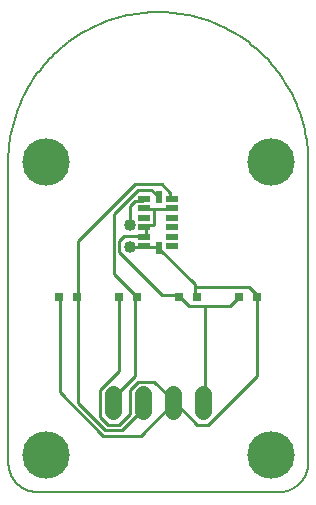
<source format=gtl>
G75*
%MOIN*%
%OFA0B0*%
%FSLAX25Y25*%
%IPPOS*%
%LPD*%
%AMOC8*
5,1,8,0,0,1.08239X$1,22.5*
%
%ADD10C,0.00500*%
%ADD11C,0.05543*%
%ADD12C,0.15811*%
%ADD13R,0.03937X0.01969*%
%ADD14R,0.01969X0.03937*%
%ADD15R,0.03150X0.03150*%
%ADD16C,0.01000*%
%ADD17C,0.04000*%
D10*
X0001800Y0011800D02*
X0001800Y0111800D01*
X0001815Y0113018D01*
X0001859Y0114234D01*
X0001933Y0115450D01*
X0002037Y0116663D01*
X0002170Y0117873D01*
X0002333Y0119080D01*
X0002525Y0120282D01*
X0002746Y0121480D01*
X0002996Y0122672D01*
X0003275Y0123857D01*
X0003583Y0125035D01*
X0003920Y0126205D01*
X0004285Y0127367D01*
X0004678Y0128519D01*
X0005099Y0129662D01*
X0005548Y0130793D01*
X0006024Y0131914D01*
X0006528Y0133023D01*
X0007058Y0134119D01*
X0007615Y0135202D01*
X0008198Y0136271D01*
X0008806Y0137325D01*
X0009441Y0138365D01*
X0010100Y0139388D01*
X0010784Y0140396D01*
X0011493Y0141386D01*
X0012225Y0142359D01*
X0012981Y0143313D01*
X0013760Y0144249D01*
X0014561Y0145166D01*
X0015385Y0146063D01*
X0016230Y0146939D01*
X0017096Y0147795D01*
X0017983Y0148630D01*
X0018890Y0149442D01*
X0019816Y0150232D01*
X0020762Y0151000D01*
X0021725Y0151744D01*
X0022707Y0152464D01*
X0023706Y0153161D01*
X0024721Y0153833D01*
X0025753Y0154480D01*
X0026800Y0155101D01*
X0027862Y0155697D01*
X0028938Y0156267D01*
X0030027Y0156811D01*
X0031130Y0157327D01*
X0032245Y0157817D01*
X0033371Y0158280D01*
X0034508Y0158715D01*
X0035656Y0159122D01*
X0036813Y0159501D01*
X0037979Y0159852D01*
X0039153Y0160174D01*
X0040335Y0160468D01*
X0041524Y0160733D01*
X0042718Y0160968D01*
X0043918Y0161175D01*
X0045123Y0161352D01*
X0046331Y0161500D01*
X0047543Y0161618D01*
X0048758Y0161707D01*
X0049974Y0161767D01*
X0051191Y0161796D01*
X0052409Y0161796D01*
X0053626Y0161767D01*
X0054842Y0161707D01*
X0056057Y0161618D01*
X0057269Y0161500D01*
X0058477Y0161352D01*
X0059682Y0161175D01*
X0060882Y0160968D01*
X0062076Y0160733D01*
X0063265Y0160468D01*
X0064447Y0160174D01*
X0065621Y0159852D01*
X0066787Y0159501D01*
X0067944Y0159122D01*
X0069092Y0158715D01*
X0070229Y0158280D01*
X0071355Y0157817D01*
X0072470Y0157327D01*
X0073573Y0156811D01*
X0074662Y0156267D01*
X0075738Y0155697D01*
X0076800Y0155101D01*
X0077847Y0154480D01*
X0078879Y0153833D01*
X0079894Y0153161D01*
X0080893Y0152464D01*
X0081875Y0151744D01*
X0082838Y0151000D01*
X0083784Y0150232D01*
X0084710Y0149442D01*
X0085617Y0148630D01*
X0086504Y0147795D01*
X0087370Y0146939D01*
X0088215Y0146063D01*
X0089039Y0145166D01*
X0089840Y0144249D01*
X0090619Y0143313D01*
X0091375Y0142359D01*
X0092107Y0141386D01*
X0092816Y0140396D01*
X0093500Y0139388D01*
X0094159Y0138365D01*
X0094794Y0137325D01*
X0095402Y0136271D01*
X0095985Y0135202D01*
X0096542Y0134119D01*
X0097072Y0133023D01*
X0097576Y0131914D01*
X0098052Y0130793D01*
X0098501Y0129662D01*
X0098922Y0128519D01*
X0099315Y0127367D01*
X0099680Y0126205D01*
X0100017Y0125035D01*
X0100325Y0123857D01*
X0100604Y0122672D01*
X0100854Y0121480D01*
X0101075Y0120282D01*
X0101267Y0119080D01*
X0101430Y0117873D01*
X0101563Y0116663D01*
X0101667Y0115450D01*
X0101741Y0114234D01*
X0101785Y0113018D01*
X0101800Y0111800D01*
X0101800Y0011800D01*
X0101797Y0011558D01*
X0101788Y0011317D01*
X0101774Y0011076D01*
X0101753Y0010835D01*
X0101727Y0010595D01*
X0101695Y0010355D01*
X0101657Y0010116D01*
X0101614Y0009879D01*
X0101564Y0009642D01*
X0101509Y0009407D01*
X0101449Y0009173D01*
X0101382Y0008941D01*
X0101311Y0008710D01*
X0101233Y0008481D01*
X0101150Y0008254D01*
X0101062Y0008029D01*
X0100968Y0007806D01*
X0100869Y0007586D01*
X0100764Y0007368D01*
X0100655Y0007153D01*
X0100540Y0006940D01*
X0100420Y0006730D01*
X0100295Y0006524D01*
X0100165Y0006320D01*
X0100030Y0006119D01*
X0099890Y0005922D01*
X0099746Y0005728D01*
X0099597Y0005538D01*
X0099443Y0005352D01*
X0099285Y0005169D01*
X0099123Y0004990D01*
X0098956Y0004815D01*
X0098785Y0004644D01*
X0098610Y0004477D01*
X0098431Y0004315D01*
X0098248Y0004157D01*
X0098062Y0004003D01*
X0097872Y0003854D01*
X0097678Y0003710D01*
X0097481Y0003570D01*
X0097280Y0003435D01*
X0097076Y0003305D01*
X0096870Y0003180D01*
X0096660Y0003060D01*
X0096447Y0002945D01*
X0096232Y0002836D01*
X0096014Y0002731D01*
X0095794Y0002632D01*
X0095571Y0002538D01*
X0095346Y0002450D01*
X0095119Y0002367D01*
X0094890Y0002289D01*
X0094659Y0002218D01*
X0094427Y0002151D01*
X0094193Y0002091D01*
X0093958Y0002036D01*
X0093721Y0001986D01*
X0093484Y0001943D01*
X0093245Y0001905D01*
X0093005Y0001873D01*
X0092765Y0001847D01*
X0092524Y0001826D01*
X0092283Y0001812D01*
X0092042Y0001803D01*
X0091800Y0001800D01*
X0011800Y0001800D01*
X0011558Y0001803D01*
X0011317Y0001812D01*
X0011076Y0001826D01*
X0010835Y0001847D01*
X0010595Y0001873D01*
X0010355Y0001905D01*
X0010116Y0001943D01*
X0009879Y0001986D01*
X0009642Y0002036D01*
X0009407Y0002091D01*
X0009173Y0002151D01*
X0008941Y0002218D01*
X0008710Y0002289D01*
X0008481Y0002367D01*
X0008254Y0002450D01*
X0008029Y0002538D01*
X0007806Y0002632D01*
X0007586Y0002731D01*
X0007368Y0002836D01*
X0007153Y0002945D01*
X0006940Y0003060D01*
X0006730Y0003180D01*
X0006524Y0003305D01*
X0006320Y0003435D01*
X0006119Y0003570D01*
X0005922Y0003710D01*
X0005728Y0003854D01*
X0005538Y0004003D01*
X0005352Y0004157D01*
X0005169Y0004315D01*
X0004990Y0004477D01*
X0004815Y0004644D01*
X0004644Y0004815D01*
X0004477Y0004990D01*
X0004315Y0005169D01*
X0004157Y0005352D01*
X0004003Y0005538D01*
X0003854Y0005728D01*
X0003710Y0005922D01*
X0003570Y0006119D01*
X0003435Y0006320D01*
X0003305Y0006524D01*
X0003180Y0006730D01*
X0003060Y0006940D01*
X0002945Y0007153D01*
X0002836Y0007368D01*
X0002731Y0007586D01*
X0002632Y0007806D01*
X0002538Y0008029D01*
X0002450Y0008254D01*
X0002367Y0008481D01*
X0002289Y0008710D01*
X0002218Y0008941D01*
X0002151Y0009173D01*
X0002091Y0009407D01*
X0002036Y0009642D01*
X0001986Y0009879D01*
X0001943Y0010116D01*
X0001905Y0010355D01*
X0001873Y0010595D01*
X0001847Y0010835D01*
X0001826Y0011076D01*
X0001812Y0011317D01*
X0001803Y0011558D01*
X0001800Y0011800D01*
D11*
X0036800Y0029028D02*
X0036800Y0034572D01*
X0046800Y0034572D02*
X0046800Y0029028D01*
X0056800Y0029028D02*
X0056800Y0034572D01*
X0066800Y0034572D02*
X0066800Y0029028D01*
D12*
X0089300Y0014300D03*
X0089300Y0111800D03*
X0014300Y0111800D03*
X0014300Y0014300D03*
D13*
X0047076Y0083808D03*
X0047076Y0086957D03*
X0047076Y0090107D03*
X0047076Y0093257D03*
X0047076Y0096406D03*
X0047076Y0099556D03*
X0056524Y0099556D03*
X0056524Y0096406D03*
X0056524Y0093257D03*
X0056524Y0090107D03*
X0056524Y0086957D03*
X0056524Y0083808D03*
D14*
X0051918Y0083139D03*
X0051918Y0100265D03*
D15*
X0058847Y0066800D03*
X0064753Y0066800D03*
X0078847Y0066800D03*
X0084753Y0066800D03*
X0044753Y0066800D03*
X0038847Y0066800D03*
X0024753Y0066800D03*
X0018847Y0066800D03*
D16*
X0018900Y0066600D01*
X0018900Y0035100D01*
X0033300Y0020700D01*
X0045900Y0020700D01*
X0056700Y0031500D01*
X0056800Y0031800D01*
X0057600Y0031500D01*
X0064800Y0024300D01*
X0068400Y0024300D01*
X0084600Y0040500D01*
X0084600Y0066600D01*
X0084753Y0066800D01*
X0084600Y0067500D01*
X0081900Y0070200D01*
X0063900Y0070200D01*
X0063900Y0067500D01*
X0064753Y0066800D01*
X0063900Y0070200D02*
X0063900Y0071100D01*
X0052200Y0082800D01*
X0051918Y0083139D01*
X0051300Y0083700D01*
X0047700Y0083700D01*
X0047076Y0083808D01*
X0046800Y0083700D01*
X0042300Y0083700D01*
X0038700Y0085500D02*
X0040500Y0087300D01*
X0046800Y0087300D01*
X0047076Y0086957D01*
X0047700Y0087300D01*
X0047700Y0090000D01*
X0047076Y0090107D01*
X0047700Y0090900D01*
X0050400Y0090900D01*
X0050400Y0096300D01*
X0047700Y0096300D01*
X0047076Y0096406D01*
X0046800Y0099000D02*
X0047076Y0099556D01*
X0046800Y0099000D02*
X0044100Y0099000D01*
X0042300Y0097200D01*
X0042300Y0090900D01*
X0038700Y0085500D02*
X0038700Y0081900D01*
X0053100Y0067500D01*
X0058500Y0067500D01*
X0058847Y0066800D01*
X0059400Y0066600D01*
X0062100Y0063900D01*
X0067500Y0063900D01*
X0067500Y0032400D01*
X0066800Y0031800D01*
X0056800Y0031800D02*
X0056700Y0032400D01*
X0050400Y0038700D01*
X0045000Y0038700D01*
X0042300Y0036000D01*
X0042300Y0027900D01*
X0038700Y0024300D01*
X0035100Y0024300D01*
X0032400Y0027000D01*
X0032400Y0036000D01*
X0038700Y0042300D01*
X0038700Y0066600D01*
X0038847Y0066800D01*
X0044100Y0066600D02*
X0044753Y0066800D01*
X0044100Y0067500D01*
X0036900Y0074700D01*
X0036900Y0094500D01*
X0045000Y0102600D01*
X0049500Y0102600D01*
X0051300Y0100800D01*
X0051918Y0100265D01*
X0055800Y0101700D02*
X0053100Y0104400D01*
X0044100Y0104400D01*
X0025200Y0085500D01*
X0025200Y0067500D01*
X0024753Y0066800D01*
X0025200Y0066600D01*
X0025200Y0031500D01*
X0034200Y0022500D01*
X0039600Y0022500D01*
X0046800Y0029700D01*
X0046800Y0031800D01*
X0044100Y0040500D02*
X0036000Y0032400D01*
X0036800Y0031800D01*
X0044100Y0040500D02*
X0044100Y0066600D01*
X0050400Y0096300D02*
X0055800Y0096300D01*
X0056524Y0096406D01*
X0056524Y0099556D02*
X0055800Y0099900D01*
X0055800Y0101700D01*
X0078300Y0066600D02*
X0078847Y0066800D01*
X0078300Y0066600D02*
X0075600Y0063900D01*
X0067500Y0063900D01*
D17*
X0042300Y0083700D03*
X0042300Y0090900D03*
M02*

</source>
